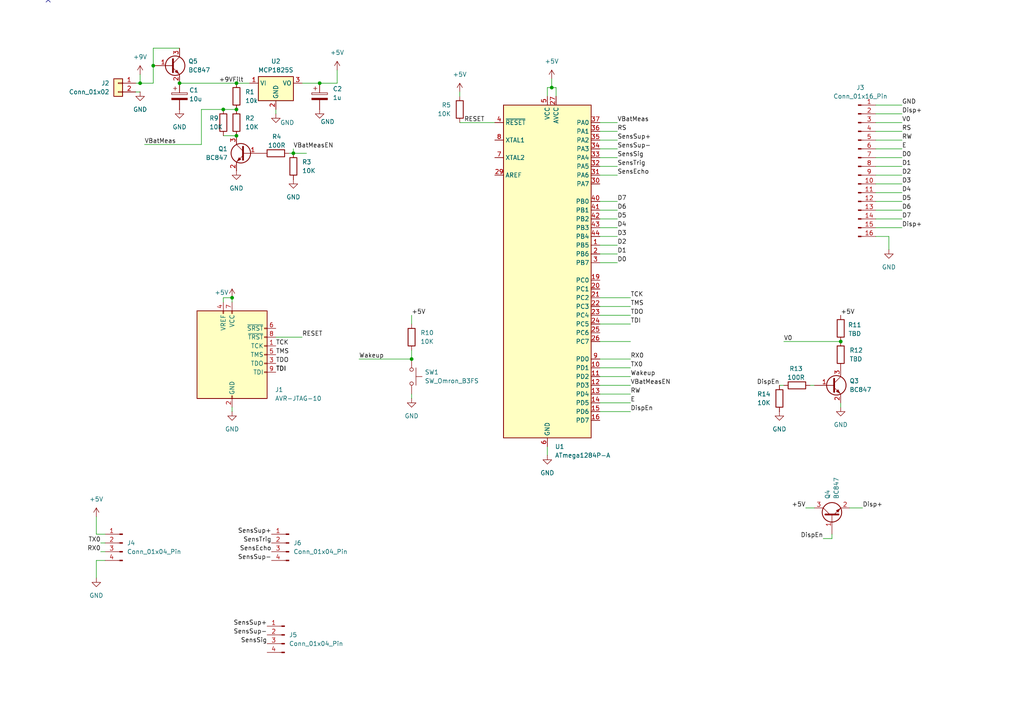
<source format=kicad_sch>
(kicad_sch (version 20231120) (generator "eeschema") (generator_version "8.0")
  (paper "A4")
  (lib_symbols
    (symbol "Connector:AVR-JTAG-10" (pin_names (offset 1.016))
      (property "Reference" "J" (at -8.89 13.97 0))
      (property "Value" "AVR-JTAG-10" (at 1.27 13.97 0))
      (symbol "AVR-JTAG-10_0_1"
        (rectangle (start -2.667 12.7) (end -2.413 11.938))
        (rectangle (start -0.127 -11.938) (end 0.127 -12.7))
        (rectangle (start -0.127 12.7) (end 0.127 11.938))
        (rectangle (start 10.16 -4.953) (end 9.398 -5.207))
        (rectangle (start 10.16 -2.413) (end 9.398 -2.667))
        (rectangle (start 10.16 0.127) (end 9.398 -0.127))
        (rectangle (start 10.16 2.667) (end 9.398 2.413))
        (rectangle (start 10.16 5.207) (end 9.398 4.953))
        (rectangle (start 10.16 7.747) (end 9.398 7.493))
        (rectangle (start 10.16 12.7) (end -10.16 -12.7) (stroke (width 0.254)) (fill (type background)))
      )
      (symbol "AVR-JTAG-10_1_1"
        (pin passive line (at 12.7 2.54 180) (length 2.54) (name "TCK") (number "1"))
        (pin passive line (at 0 -15.24 90) (length 2.54) hide (name "GND") (number "10"))
        (pin passive line (at 0 -15.24 90) (length 2.54) (name "GND") (number "2"))
        (pin passive line (at 12.7 -2.54 180) (length 2.54) (name "TDO") (number "3"))
        (pin passive line (at -2.54 15.24 270) (length 2.54) (name "VREF") (number "4"))
        (pin passive line (at 12.7 0 180) (length 2.54) (name "TMS") (number "5"))
        (pin passive line (at 12.7 7.62 180) (length 2.54) (name "~{SRST}") (number "6"))
        (pin passive line (at 0 15.24 270) (length 2.54) (name "VCC") (number "7"))
        (pin passive line (at 12.7 5.08 180) (length 2.54) (name "~{TRST}") (number "8"))
        (pin passive line (at 12.7 -5.08 180) (length 2.54) (name "TDI") (number "9"))
      )
    )
    (symbol "Connector:Conn_01x04_Pin" (pin_names (offset 1.016) hide)
      (property "Reference" "J" (at 0 5.08 0))
      (property "Value" "Conn_01x04_Pin" (at 0 -7.62 0))
      (symbol "Conn_01x04_Pin_1_1"
        (polyline (pts (xy 1.27 -5.08) (xy 0.8636 -5.08)) (stroke (width 0.1524)))
        (polyline (pts (xy 1.27 -2.54) (xy 0.8636 -2.54)) (stroke (width 0.1524)))
        (polyline (pts (xy 1.27 0) (xy 0.8636 0)) (stroke (width 0.1524)))
        (polyline (pts (xy 1.27 2.54) (xy 0.8636 2.54)) (stroke (width 0.1524)))
        (rectangle (start 0.8636 -4.953) (end 0 -5.207) (stroke (width 0.1524)) (fill (type outline)))
        (rectangle (start 0.8636 -2.413) (end 0 -2.667) (stroke (width 0.1524)) (fill (type outline)))
        (rectangle (start 0.8636 0.127) (end 0 -0.127) (stroke (width 0.1524)) (fill (type outline)))
        (rectangle (start 0.8636 2.667) (end 0 2.413) (stroke (width 0.1524)) (fill (type outline)))
        (pin passive line (at 5.08 2.54 180) (length 3.81) (name "Pin_1") (number "1"))
        (pin passive line (at 5.08 0 180) (length 3.81) (name "Pin_2") (number "2"))
        (pin passive line (at 5.08 -2.54 180) (length 3.81) (name "Pin_3") (number "3"))
        (pin passive line (at 5.08 -5.08 180) (length 3.81) (name "Pin_4") (number "4"))
      )
    )
    (symbol "Connector:Conn_01x16_Pin" (pin_names (offset 1.016) hide)
      (property "Reference" "J" (at 0 20.32 0))
      (property "Value" "Conn_01x16_Pin" (at 0 -22.86 0))
      (symbol "Conn_01x16_Pin_1_1"
        (polyline (pts (xy 1.27 -20.32) (xy 0.8636 -20.32)) (stroke (width 0.1524)))
        (polyline (pts (xy 1.27 -17.78) (xy 0.8636 -17.78)) (stroke (width 0.1524)))
        (polyline (pts (xy 1.27 -15.24) (xy 0.8636 -15.24)) (stroke (width 0.1524)))
        (polyline (pts (xy 1.27 -12.7) (xy 0.8636 -12.7)) (stroke (width 0.1524)))
        (polyline (pts (xy 1.27 -10.16) (xy 0.8636 -10.16)) (stroke (width 0.1524)))
        (polyline (pts (xy 1.27 -7.62) (xy 0.8636 -7.62)) (stroke (width 0.1524)))
        (polyline (pts (xy 1.27 -5.08) (xy 0.8636 -5.08)) (stroke (width 0.1524)))
        (polyline (pts (xy 1.27 -2.54) (xy 0.8636 -2.54)) (stroke (width 0.1524)))
        (polyline (pts (xy 1.27 0) (xy 0.8636 0)) (stroke (width 0.1524)))
        (polyline (pts (xy 1.27 2.54) (xy 0.8636 2.54)) (stroke (width 0.1524)))
        (polyline (pts (xy 1.27 5.08) (xy 0.8636 5.08)) (stroke (width 0.1524)))
        (polyline (pts (xy 1.27 7.62) (xy 0.8636 7.62)) (stroke (width 0.1524)))
        (polyline (pts (xy 1.27 10.16) (xy 0.8636 10.16)) (stroke (width 0.1524)))
        (polyline (pts (xy 1.27 12.7) (xy 0.8636 12.7)) (stroke (width 0.1524)))
        (polyline (pts (xy 1.27 15.24) (xy 0.8636 15.24)) (stroke (width 0.1524)))
        (polyline (pts (xy 1.27 17.78) (xy 0.8636 17.78)) (stroke (width 0.1524)))
        (rectangle (start 0.8636 -20.193) (end 0 -20.447) (stroke (width 0.1524)) (fill (type outline)))
        (rectangle (start 0.8636 -17.653) (end 0 -17.907) (stroke (width 0.1524)) (fill (type outline)))
        (rectangle (start 0.8636 -15.113) (end 0 -15.367) (stroke (width 0.1524)) (fill (type outline)))
        (rectangle (start 0.8636 -12.573) (end 0 -12.827) (stroke (width 0.1524)) (fill (type outline)))
        (rectangle (start 0.8636 -10.033) (end 0 -10.287) (stroke (width 0.1524)) (fill (type outline)))
        (rectangle (start 0.8636 -7.493) (end 0 -7.747) (stroke (width 0.1524)) (fill (type outline)))
        (rectangle (start 0.8636 -4.953) (end 0 -5.207) (stroke (width 0.1524)) (fill (type outline)))
        (rectangle (start 0.8636 -2.413) (end 0 -2.667) (stroke (width 0.1524)) (fill (type outline)))
        (rectangle (start 0.8636 0.127) (end 0 -0.127) (stroke (width 0.1524)) (fill (type outline)))
        (rectangle (start 0.8636 2.667) (end 0 2.413) (stroke (width 0.1524)) (fill (type outline)))
        (rectangle (start 0.8636 5.207) (end 0 4.953) (stroke (width 0.1524)) (fill (type outline)))
        (rectangle (start 0.8636 7.747) (end 0 7.493) (stroke (width 0.1524)) (fill (type outline)))
        (rectangle (start 0.8636 10.287) (end 0 10.033) (stroke (width 0.1524)) (fill (type outline)))
        (rectangle (start 0.8636 12.827) (end 0 12.573) (stroke (width 0.1524)) (fill (type outline)))
        (rectangle (start 0.8636 15.367) (end 0 15.113) (stroke (width 0.1524)) (fill (type outline)))
        (rectangle (start 0.8636 17.907) (end 0 17.653) (stroke (width 0.1524)) (fill (type outline)))
        (pin passive line (at 5.08 17.78 180) (length 3.81) (name "Pin_1") (number "1"))
        (pin passive line (at 5.08 -5.08 180) (length 3.81) (name "Pin_10") (number "10"))
        (pin passive line (at 5.08 -7.62 180) (length 3.81) (name "Pin_11") (number "11"))
        (pin passive line (at 5.08 -10.16 180) (length 3.81) (name "Pin_12") (number "12"))
        (pin passive line (at 5.08 -12.7 180) (length 3.81) (name "Pin_13") (number "13"))
        (pin passive line (at 5.08 -15.24 180) (length 3.81) (name "Pin_14") (number "14"))
        (pin passive line (at 5.08 -17.78 180) (length 3.81) (name "Pin_15") (number "15"))
        (pin passive line (at 5.08 -20.32 180) (length 3.81) (name "Pin_16") (number "16"))
        (pin passive line (at 5.08 15.24 180) (length 3.81) (name "Pin_2") (number "2"))
        (pin passive line (at 5.08 12.7 180) (length 3.81) (name "Pin_3") (number "3"))
        (pin passive line (at 5.08 10.16 180) (length 3.81) (name "Pin_4") (number "4"))
        (pin passive line (at 5.08 7.62 180) (length 3.81) (name "Pin_5") (number "5"))
        (pin passive line (at 5.08 5.08 180) (length 3.81) (name "Pin_6") (number "6"))
        (pin passive line (at 5.08 2.54 180) (length 3.81) (name "Pin_7") (number "7"))
        (pin passive line (at 5.08 0 180) (length 3.81) (name "Pin_8") (number "8"))
        (pin passive line (at 5.08 -2.54 180) (length 3.81) (name "Pin_9") (number "9"))
      )
    )
    (symbol "Connector_Generic:Conn_01x02" (pin_names (offset 1.016) hide)
      (property "Reference" "J" (at 0 2.54 0))
      (property "Value" "Conn_01x02" (at 0 -5.08 0))
      (symbol "Conn_01x02_1_1"
        (rectangle (start -1.27 -2.413) (end 0 -2.667) (stroke (width 0.1524)))
        (rectangle (start -1.27 0.127) (end 0 -0.127) (stroke (width 0.1524)))
        (rectangle (start -1.27 1.27) (end 1.27 -3.81) (stroke (width 0.254)) (fill (type background)))
        (pin passive line (at -5.08 0 0) (length 3.81) (name "Pin_1") (number "1"))
        (pin passive line (at -5.08 -2.54 0) (length 3.81) (name "Pin_2") (number "2"))
      )
    )
    (symbol "Device:C_Polarized" (pin_numbers hide) (pin_names (offset 0.254))
      (property "Reference" "C" (at 0.635 2.54 0))
      (property "Value" "C_Polarized" (at 0.635 -2.54 0))
      (symbol "C_Polarized_0_1"
        (rectangle (start -2.286 0.508) (end 2.286 1.016))
        (polyline (pts (xy -1.778 2.286) (xy -0.762 2.286)))
        (polyline (pts (xy -1.27 2.794) (xy -1.27 1.778)))
        (rectangle (start 2.286 -0.508) (end -2.286 -1.016) (fill (type outline)))
      )
      (symbol "C_Polarized_1_1"
        (pin passive line (at 0 3.81 270) (length 2.794) (name "~") (number "1"))
        (pin passive line (at 0 -3.81 90) (length 2.794) (name "~") (number "2"))
      )
    )
    (symbol "Device:R" (pin_numbers hide) (pin_names (offset 0))
      (property "Reference" "R" (at 2.032 0 90))
      (property "Value" "R" (at 0 0 90))
      (symbol "R_0_1"
        (rectangle (start -1.016 -2.54) (end 1.016 2.54) (stroke (width 0.254)))
      )
      (symbol "R_1_1"
        (pin passive line (at 0 3.81 270) (length 1.27) (name "~") (number "1"))
        (pin passive line (at 0 -3.81 90) (length 1.27) (name "~") (number "2"))
      )
    )
    (symbol "MCU_Microchip_ATmega:ATmega1284P-A"
      (property "Reference" "U" (at -12.7 49.53 0))
      (property "Value" "ATmega1284P-A" (at 2.54 -49.53 0))
      (symbol "ATmega1284P-A_0_1"
        (rectangle (start -12.7 -48.26) (end 12.7 48.26) (stroke (width 0.254)) (fill (type background)))
      )
      (symbol "ATmega1284P-A_1_1"
        (pin bidirectional line (at 15.24 7.62 180) (length 2.54) (name "PB5") (number "1"))
        (pin bidirectional line (at 15.24 -27.94 180) (length 2.54) (name "PD1") (number "10"))
        (pin bidirectional line (at 15.24 -30.48 180) (length 2.54) (name "PD2") (number "11"))
        (pin bidirectional line (at 15.24 -33.02 180) (length 2.54) (name "PD3") (number "12"))
        (pin bidirectional line (at 15.24 -35.56 180) (length 2.54) (name "PD4") (number "13"))
        (pin bidirectional line (at 15.24 -38.1 180) (length 2.54) (name "PD5") (number "14"))
        (pin bidirectional line (at 15.24 -40.64 180) (length 2.54) (name "PD6") (number "15"))
        (pin bidirectional line (at 15.24 -43.18 180) (length 2.54) (name "PD7") (number "16"))
        (pin passive line (at 0 50.8 270) (length 2.54) hide (name "VCC") (number "17"))
        (pin passive line (at 0 -50.8 90) (length 2.54) hide (name "GND") (number "18"))
        (pin bidirectional line (at 15.24 -2.54 180) (length 2.54) (name "PC0") (number "19"))
        (pin bidirectional line (at 15.24 5.08 180) (length 2.54) (name "PB6") (number "2"))
        (pin bidirectional line (at 15.24 -5.08 180) (length 2.54) (name "PC1") (number "20"))
        (pin bidirectional line (at 15.24 -7.62 180) (length 2.54) (name "PC2") (number "21"))
        (pin bidirectional line (at 15.24 -10.16 180) (length 2.54) (name "PC3") (number "22"))
        (pin bidirectional line (at 15.24 -12.7 180) (length 2.54) (name "PC4") (number "23"))
        (pin bidirectional line (at 15.24 -15.24 180) (length 2.54) (name "PC5") (number "24"))
        (pin bidirectional line (at 15.24 -17.78 180) (length 2.54) (name "PC6") (number "25"))
        (pin bidirectional line (at 15.24 -20.32 180) (length 2.54) (name "PC7") (number "26"))
        (pin power_in line (at 2.54 50.8 270) (length 2.54) (name "AVCC") (number "27"))
        (pin passive line (at 0 -50.8 90) (length 2.54) hide (name "GND") (number "28"))
        (pin passive line (at -15.24 27.94 0) (length 2.54) (name "AREF") (number "29"))
        (pin bidirectional line (at 15.24 2.54 180) (length 2.54) (name "PB7") (number "3"))
        (pin bidirectional line (at 15.24 25.4 180) (length 2.54) (name "PA7") (number "30"))
        (pin bidirectional line (at 15.24 27.94 180) (length 2.54) (name "PA6") (number "31"))
        (pin bidirectional line (at 15.24 30.48 180) (length 2.54) (name "PA5") (number "32"))
        (pin bidirectional line (at 15.24 33.02 180) (length 2.54) (name "PA4") (number "33"))
        (pin bidirectional line (at 15.24 35.56 180) (length 2.54) (name "PA3") (number "34"))
        (pin bidirectional line (at 15.24 38.1 180) (length 2.54) (name "PA2") (number "35"))
        (pin bidirectional line (at 15.24 40.64 180) (length 2.54) (name "PA1") (number "36"))
        (pin bidirectional line (at 15.24 43.18 180) (length 2.54) (name "PA0") (number "37"))
        (pin passive line (at 0 50.8 270) (length 2.54) hide (name "VCC") (number "38"))
        (pin passive line (at 0 -50.8 90) (length 2.54) hide (name "GND") (number "39"))
        (pin input line (at -15.24 43.18 0) (length 2.54) (name "~{RESET}") (number "4"))
        (pin bidirectional line (at 15.24 20.32 180) (length 2.54) (name "PB0") (number "40"))
        (pin bidirectional line (at 15.24 17.78 180) (length 2.54) (name "PB1") (number "41"))
        (pin bidirectional line (at 15.24 15.24 180) (length 2.54) (name "PB2") (number "42"))
        (pin bidirectional line (at 15.24 12.7 180) (length 2.54) (name "PB3") (number "43"))
        (pin bidirectional line (at 15.24 10.16 180) (length 2.54) (name "PB4") (number "44"))
        (pin power_in line (at 0 50.8 270) (length 2.54) (name "VCC") (number "5"))
        (pin power_in line (at 0 -50.8 90) (length 2.54) (name "GND") (number "6"))
        (pin output line (at -15.24 33.02 0) (length 2.54) (name "XTAL2") (number "7"))
        (pin input line (at -15.24 38.1 0) (length 2.54) (name "XTAL1") (number "8"))
        (pin bidirectional line (at 15.24 -25.4 180) (length 2.54) (name "PD0") (number "9"))
      )
    )
    (symbol "Regulator_Linear:MCP1825S"
      (property "Reference" "U" (at -3.81 3.175 0))
      (property "Value" "MCP1825S" (at 0 3.175 0))
      (symbol "MCP1825S_0_1"
        (rectangle (start -5.08 1.905) (end 5.08 -5.08) (stroke (width 0.254)) (fill (type background)))
      )
      (symbol "MCP1825S_1_1"
        (pin power_in line (at -7.62 0 0) (length 2.54) (name "VI") (number "1"))
        (pin power_in line (at 0 -7.62 90) (length 2.54) (name "GND") (number "2"))
        (pin power_out line (at 7.62 0 180) (length 2.54) (name "VO") (number "3"))
      )
    )
    (symbol "Switch:SW_Omron_B3FS" (pin_numbers hide) (pin_names (offset 1.016) hide)
      (property "Reference" "SW" (at 1.27 2.54 0))
      (property "Value" "SW_Omron_B3FS" (at 0 -1.524 0))
      (symbol "SW_Omron_B3FS_0_1"
        (circle (center -2.032 0) (radius 0.508))
        (polyline (pts (xy 0 1.27) (xy 0 3.048)))
        (polyline (pts (xy 2.54 1.27) (xy -2.54 1.27)))
        (circle (center 2.032 0) (radius 0.508))
        (pin passive line (at -5.08 0 0) (length 2.54) (name "1") (number "1"))
        (pin passive line (at 5.08 0 180) (length 2.54) (name "2") (number "2"))
      )
    )
    (symbol "Transistor_BJT:BC847" (pin_names (offset 0) hide)
      (property "Reference" "Q" (at 5.08 1.905 0))
      (property "Value" "BC847" (at 5.08 0 0))
      (symbol "BC847_0_1"
        (polyline (pts (xy 0.635 0.635) (xy 2.54 2.54)))
        (polyline (pts (xy 0.635 -0.635) (xy 2.54 -2.54) (xy 2.54 -2.54)))
        (polyline (pts (xy 0.635 1.905) (xy 0.635 -1.905) (xy 0.635 -1.905)) (stroke (width 0.508)))
        (polyline (pts (xy 1.27 -1.778) (xy 1.778 -1.27) (xy 2.286 -2.286) (xy 1.27 -1.778) (xy 1.27 -1.778)) (fill (type outline)))
        (circle (center 1.27 0) (radius 2.8194) (stroke (width 0.254)))
      )
      (symbol "BC847_1_1"
        (pin input line (at -5.08 0 0) (length 5.715) (name "B") (number "1"))
        (pin passive line (at 2.54 -5.08 90) (length 2.54) (name "E") (number "2"))
        (pin passive line (at 2.54 5.08 270) (length 2.54) (name "C") (number "3"))
      )
    )
    (symbol "power:+5V" (power) (pin_numbers hide) (pin_names (offset 0) hide)
      (property "Value" "+5V" (at 0 3.556 0))
      (symbol "+5V_0_1"
        (polyline (pts (xy -0.762 1.27) (xy 0 2.54)))
        (polyline (pts (xy 0 0) (xy 0 2.54)))
        (polyline (pts (xy 0 2.54) (xy 0.762 1.27)))
      )
      (symbol "+5V_1_1"
        (pin power_in line (at 0 0 90) (length 0) (name "~") (number "1"))
      )
    )
    (symbol "power:+9V" (power) (pin_numbers hide) (pin_names (offset 0) hide)
      (property "Value" "+9V" (at 0 3.556 0))
      (symbol "+9V_0_1"
        (polyline (pts (xy -0.762 1.27) (xy 0 2.54)))
        (polyline (pts (xy 0 0) (xy 0 2.54)))
        (polyline (pts (xy 0 2.54) (xy 0.762 1.27)))
      )
      (symbol "+9V_1_1"
        (pin power_in line (at 0 0 90) (length 0) (name "~") (number "1"))
      )
    )
    (symbol "power:GND" (power) (pin_numbers hide) (pin_names (offset 0) hide)
      (property "Value" "GND" (at 0 -3.81 0))
      (symbol "GND_0_1"
        (polyline (pts (xy 0 0) (xy 0 -1.27) (xy 1.27 -1.27) (xy 0 -2.54) (xy -1.27 -1.27) (xy 0 -1.27)))
      )
      (symbol "GND_1_1"
        (pin power_in line (at 0 0 270) (length 0) (name "~") (number "1"))
      )
    )
  )
  (junction (at 52.07 24.13))
  (junction (at 68.58 31.75))
  (junction (at 243.84 99.06))
  (junction (at 92.71 24.13))
  (junction (at 119.38 104.14))
  (junction (at 68.58 24.13))
  (junction (at 68.58 39.37))
  (junction (at 40.64 24.13))
  (junction (at 44.45 19.05))
  (junction (at 160.02 25.4))
  (junction (at 67.31 86.36))
  (junction (at 85.09 44.45))
  (junction (at 64.77 31.75))
  (no_connect (at 13.97 0))
  (wire (pts (xy 173.99 35.56) (xy 179.07 35.56)))
  (wire (pts (xy 64.77 39.37) (xy 68.58 39.37)))
  (wire (pts (xy 67.31 86.36) (xy 67.31 87.63)))
  (wire (pts (xy 85.09 44.45) (xy 88.9 44.45)))
  (wire (pts (xy 254 68.58) (xy 257.81 68.58)))
  (wire (pts (xy 173.99 109.22) (xy 182.88 109.22)))
  (wire (pts (xy 254 35.56) (xy 261.62 35.56)))
  (wire (pts (xy 133.35 26.67) (xy 133.35 27.94)))
  (wire (pts (xy 173.99 86.36) (xy 182.88 86.36)))
  (wire (pts (xy 254 45.72) (xy 261.62 45.72)))
  (wire (pts (xy 250.19 147.32) (xy 246.38 147.32)))
  (wire (pts (xy 158.75 129.54) (xy 158.75 132.08)))
  (wire (pts (xy 92.71 24.13) (xy 97.79 24.13)))
  (wire (pts (xy 160.02 25.4) (xy 161.29 25.4)))
  (wire (pts (xy 52.07 13.97) (xy 44.45 13.97)))
  (wire (pts (xy 41.91 41.91) (xy 58.42 41.91)))
  (wire (pts (xy 234.95 111.76) (xy 236.22 111.76)))
  (wire (pts (xy 254 40.64) (xy 261.62 40.64)))
  (wire (pts (xy 80.01 31.75) (xy 80.01 33.02)))
  (wire (pts (xy 173.99 88.9) (xy 182.88 88.9)))
  (wire (pts (xy 160.02 22.86) (xy 160.02 25.4)))
  (wire (pts (xy 254 30.48) (xy 261.62 30.48)))
  (wire (pts (xy 254 50.8) (xy 261.62 50.8)))
  (wire (pts (xy 254 60.96) (xy 261.62 60.96)))
  (wire (pts (xy 64.77 31.75) (xy 68.58 31.75)))
  (wire (pts (xy 27.94 162.56) (xy 27.94 167.64)))
  (wire (pts (xy 254 48.26) (xy 261.62 48.26)))
  (wire (pts (xy 85.09 43.18) (xy 85.09 44.45)))
  (wire (pts (xy 173.99 40.64) (xy 179.07 40.64)))
  (wire (pts (xy 173.99 38.1) (xy 179.07 38.1)))
  (wire (pts (xy 254 58.42) (xy 261.62 58.42)))
  (wire (pts (xy 182.88 114.3) (xy 173.99 114.3)))
  (wire (pts (xy 227.33 99.06) (xy 243.84 99.06)))
  (wire (pts (xy 83.82 44.45) (xy 85.09 44.45)))
  (wire (pts (xy 97.79 20.32) (xy 97.79 24.13)))
  (wire (pts (xy 30.48 162.56) (xy 27.94 162.56)))
  (wire (pts (xy 67.31 118.11) (xy 67.31 119.38)))
  (wire (pts (xy 40.64 24.13) (xy 44.45 24.13)))
  (wire (pts (xy 254 53.34) (xy 261.62 53.34)))
  (wire (pts (xy 173.99 45.72) (xy 179.07 45.72)))
  (wire (pts (xy 254 33.02) (xy 261.62 33.02)))
  (wire (pts (xy 227.33 111.76) (xy 226.06 111.76)))
  (wire (pts (xy 179.07 66.04) (xy 173.99 66.04)))
  (wire (pts (xy 254 66.04) (xy 261.62 66.04)))
  (wire (pts (xy 104.14 104.14) (xy 119.38 104.14)))
  (wire (pts (xy 39.37 26.67) (xy 40.64 26.67)))
  (wire (pts (xy 68.58 24.13) (xy 52.07 24.13)))
  (wire (pts (xy 173.99 106.68) (xy 182.88 106.68)))
  (wire (pts (xy 30.48 154.94) (xy 27.94 154.94)))
  (wire (pts (xy 173.99 43.18) (xy 179.07 43.18)))
  (wire (pts (xy 64.77 86.36) (xy 67.31 86.36)))
  (wire (pts (xy 179.07 71.12) (xy 173.99 71.12)))
  (wire (pts (xy 40.64 21.59) (xy 40.64 24.13)))
  (wire (pts (xy 179.07 58.42) (xy 173.99 58.42)))
  (wire (pts (xy 182.88 116.84) (xy 173.99 116.84)))
  (wire (pts (xy 29.21 160.02) (xy 30.48 160.02)))
  (wire (pts (xy 179.07 76.2) (xy 173.99 76.2)))
  (wire (pts (xy 173.99 99.06) (xy 182.88 99.06)))
  (wire (pts (xy 254 55.88) (xy 261.62 55.88)))
  (wire (pts (xy 39.37 24.13) (xy 40.64 24.13)))
  (wire (pts (xy 182.88 111.76) (xy 173.99 111.76)))
  (wire (pts (xy 243.84 118.11) (xy 243.84 116.84)))
  (wire (pts (xy 119.38 101.6) (xy 119.38 104.14)))
  (wire (pts (xy 179.07 73.66) (xy 173.99 73.66)))
  (wire (pts (xy 173.99 91.44) (xy 182.88 91.44)))
  (wire (pts (xy 173.99 48.26) (xy 179.07 48.26)))
  (wire (pts (xy 254 63.5) (xy 261.62 63.5)))
  (wire (pts (xy 133.35 35.56) (xy 143.51 35.56)))
  (wire (pts (xy 173.99 104.14) (xy 182.88 104.14)))
  (wire (pts (xy 173.99 50.8) (xy 179.07 50.8)))
  (wire (pts (xy 158.75 27.94) (xy 158.75 25.4)))
  (wire (pts (xy 29.21 157.48) (xy 30.48 157.48)))
  (wire (pts (xy 80.01 97.79) (xy 87.63 97.79)))
  (wire (pts (xy 27.94 149.86) (xy 27.94 154.94)))
  (wire (pts (xy 72.39 24.13) (xy 68.58 24.13)))
  (wire (pts (xy 161.29 25.4) (xy 161.29 27.94)))
  (wire (pts (xy 233.68 147.32) (xy 236.22 147.32)))
  (wire (pts (xy 158.75 25.4) (xy 160.02 25.4)))
  (wire (pts (xy 179.07 60.96) (xy 173.99 60.96)))
  (wire (pts (xy 87.63 24.13) (xy 92.71 24.13)))
  (wire (pts (xy 238.76 156.21) (xy 241.3 156.21)))
  (wire (pts (xy 254 38.1) (xy 261.62 38.1)))
  (wire (pts (xy 44.45 19.05) (xy 44.45 24.13)))
  (wire (pts (xy 182.88 119.38) (xy 173.99 119.38)))
  (wire (pts (xy 58.42 31.75) (xy 58.42 41.91)))
  (wire (pts (xy 257.81 68.58) (xy 257.81 72.39)))
  (wire (pts (xy 58.42 31.75) (xy 64.77 31.75)))
  (wire (pts (xy 179.07 68.58) (xy 173.99 68.58)))
  (wire (pts (xy 179.07 63.5) (xy 173.99 63.5)))
  (wire (pts (xy 44.45 13.97) (xy 44.45 19.05)))
  (wire (pts (xy 241.3 156.21) (xy 241.3 154.94)))
  (wire (pts (xy 173.99 93.98) (xy 182.88 93.98)))
  (wire (pts (xy 254 43.18) (xy 261.62 43.18)))
  (wire (pts (xy 119.38 114.3) (xy 119.38 115.57)))
  (wire (pts (xy 119.38 91.44) (xy 119.38 93.98)))
  (wire (pts (xy 64.77 86.36) (xy 64.77 87.63)))
  (label "D2" (at 179.07 71.12 0))
  (label "TDO" (at 80.01 105.41 0))
  (label "D4" (at 179.07 66.04 0))
  (label "D5" (at 179.07 63.5 0))
  (label "TDI" (at 80.01 107.95 0))
  (label "VBatMeas" (at 179.07 35.56 0))
  (label "Disp+" (at 250.19 147.32 0))
  (label "SensSig" (at 77.47 186.69 180))
  (label "RESET" (at 134.62 35.56 0))
  (label "SensTrig" (at 78.74 157.48 180))
  (label "E" (at 182.88 116.84 0))
  (label "D6" (at 261.62 60.96 0))
  (label "D2" (at 261.62 50.8 0))
  (label "RESET" (at 87.63 97.79 0))
  (label "D6" (at 179.07 60.96 0))
  (label "TDI" (at 182.88 93.98 0))
  (label "SensSup-" (at 179.07 43.18 0))
  (label "D3" (at 179.07 68.58 0))
  (label "SensEcho" (at 78.74 160.02 180))
  (label "D7" (at 179.07 58.42 0))
  (label "RW" (at 261.62 40.64 0))
  (label "Wakeup" (at 182.88 109.22 0))
  (label "DispEn" (at 226.06 111.76 180))
  (label "SensEcho" (at 179.07 50.8 0))
  (label "SensSup+" (at 77.47 181.61 180))
  (label "TMS" (at 182.88 88.9 0))
  (label "TMS" (at 80.01 102.87 0))
  (label "RX0" (at 29.21 160.02 180))
  (label "SensSup-" (at 77.47 184.15 180))
  (label "GND" (at 261.62 30.48 0))
  (label "TDO" (at 182.88 91.44 0))
  (label "TDI" (at 80.01 107.95 0))
  (label "TX0" (at 29.21 157.48 180))
  (label "D0" (at 179.07 76.2 0))
  (label "Disp+" (at 261.62 33.02 0))
  (label "V0" (at 227.33 99.06 0))
  (label "D5" (at 261.62 58.42 0))
  (label "+5V" (at 119.38 91.44 0))
  (label "DispEn" (at 182.88 119.38 0))
  (label "Disp+" (at 261.62 66.04 0))
  (label "D3" (at 261.62 53.34 0))
  (label "SensSup+" (at 78.74 154.94 180))
  (label "DispEn" (at 238.76 156.21 180))
  (label "D1" (at 261.62 48.26 0))
  (label "+5V" (at 233.68 147.32 180))
  (label "Wakeup" (at 104.14 104.14 0))
  (label "D4" (at 261.62 55.88 0))
  (label "+5V" (at 243.84 91.44 0))
  (label "D7" (at 261.62 63.5 0))
  (label "TCK" (at 80.01 100.33 0))
  (label "RW" (at 182.88 114.3 0))
  (label "VBatMeasEN" (at 182.88 111.76 0))
  (label "TX0" (at 182.88 106.68 0))
  (label "RS" (at 179.07 38.1 0))
  (label "TCK" (at 182.88 86.36 0))
  (label "E" (at 261.62 43.18 0))
  (label "SensTrig" (at 179.07 48.26 0))
  (label "D1" (at 179.07 73.66 0))
  (label "+9VFilt" (at 63.5 24.13 0))
  (label "VBatMeas" (at 41.91 41.91 0))
  (label "SensSup+" (at 179.07 40.64 0))
  (label "RS" (at 261.62 38.1 0))
  (label "VBatMeasEN" (at 85.09 43.18 0))
  (label "SensSig" (at 179.07 45.72 0))
  (label "D0" (at 261.62 45.72 0))
  (label "SensSup-" (at 78.74 162.56 180))
  (label "V0" (at 261.62 35.56 0))
  (label "RX0" (at 182.88 104.14 0))
  (symbol (lib_id "Connector:AVR-JTAG-10") (at 67.31 102.87 0) (unit 1)
    (property "Reference" "J1" (at 79.756 113.03 0) (effects (justify left)))
    (property "Value" "AVR-JTAG-10" (at 79.756 115.57 0) (effects (justify left)))
    (property "Footprint" "Connector_IDC:IDC-Header_2x05_P2.54mm_Vertical" (effects (hide yes)))
    (property "Datasheet" " ~" (effects (hide yes)))
    (property "Description" "Atmel 10-pin JTAG connector" (effects (hide yes)))
  )
  (symbol (lib_id "Device:C_Polarized") (at 92.71 27.94 0) (unit 1)
    (property "Reference" "C2" (at 96.52 25.7809 0) (effects (justify left)))
    (property "Value" "1u" (at 96.52 28.3209 0) (effects (justify left)))
    (property "Footprint" "Capacitor_THT:CP_Radial_D5.0mm_P2.50mm" (effects (hide yes)))
    (property "Description" "Polarized capacitor" (effects (hide yes)))
  )
  (symbol (lib_id "power:GND") (at 92.71 31.75 0) (unit 1)
    (property "Reference" "#PWR012" (effects (hide yes)))
    (property "Value" "GND" (at 94.996 35.306 0))
    (property "Description" "Power symbol creates a global label with name \"GND\" , ground" (effects (hide yes)))
  )
  (symbol (lib_id "Device:R") (at 243.84 95.25 0) (unit 1)
    (property "Reference" "R11" (at 247.904 94.234 0))
    (property "Value" "TBD" (at 247.904 96.774 0))
    (property "Footprint" "Resistor_SMD:R_0805_2012Metric_Pad1.20x1.40mm_HandSolder" (effects (hide yes)))
    (property "Description" "Resistor" (effects (hide yes)))
  )
  (symbol (lib_id "Transistor_BJT:BC847") (at 71.12 44.45 0) (mirror y) (unit 1)
    (property "Reference" "Q1" (at 66.04 43.1799 0) (effects (justify left)))
    (property "Value" "BC847" (at 66.04 45.7199 0) (effects (justify left)))
    (property "Footprint" "Package_TO_SOT_SMD:SOT-23" (effects (hide yes)))
    (property "Datasheet" "http://www.infineon.com/dgdl/Infineon-BC847SERIES_BC848SERIES_BC849SERIES_BC850SERIES-DS-v01_01-en.pdf?fileId=db3a304314dca389011541d4630a1657" (effects (hide yes)))
    (property "Description" "0.1A Ic, 45V Vce, NPN Transistor, SOT-23" (effects (hide yes)))
  )
  (symbol (lib_id "MCU_Microchip_ATmega:ATmega1284P-A") (at 158.75 78.74 0) (unit 1)
    (property "Reference" "U1" (at 160.9441 129.54 0) (effects (justify left)))
    (property "Value" "ATmega1284P-A" (at 160.9441 132.08 0) (effects (justify left)))
    (property "Footprint" "Package_QFP:TQFP-44_10x10mm_P0.8mm" (effects (hide yes)))
    (property "Datasheet" "http://ww1.microchip.com/downloads/en/DeviceDoc/Atmel-8272-8-bit-AVR-microcontroller-ATmega164A_PA-324A_PA-644A_PA-1284_P_datasheet.pdf" (effects (hide yes)))
    (property "Description" "20MHz, 128kB Flash, 16kB SRAM, 4kB EEPROM, JTAG, TQFP-44" (effects (hide yes)))
  )
  (symbol (lib_id "power:GND") (at 68.58 49.53 0) (unit 1)
    (property "Reference" "#PWR013" (effects (hide yes)))
    (property "Value" "GND" (at 68.58 54.61 0))
    (property "Description" "Power symbol creates a global label with name \"GND\" , ground" (effects (hide yes)))
  )
  (symbol (lib_id "power:+5V") (at 27.94 149.86 0) (unit 1)
    (property "Reference" "#PWR016" (effects (hide yes)))
    (property "Value" "+5V" (at 27.94 144.78 0))
    (property "Description" "Power symbol creates a global label with name \"+5V\"" (effects (hide yes)))
  )
  (symbol (lib_id "Connector:Conn_01x04_Pin") (at 83.82 157.48 0) (mirror y) (unit 1)
    (property "Reference" "J6" (at 85.09 157.4799 0) (effects (justify right)))
    (property "Value" "Conn_01x04_Pin" (at 85.09 160.0199 0) (effects (justify right)))
    (property "Footprint" "Connector_PinHeader_2.54mm:PinHeader_1x04_P2.54mm_Vertical" (effects (hide yes)))
    (property "Description" "Generic connector, single row, 01x04, script generated" (effects (hide yes)))
  )
  (symbol (lib_id "Device:R") (at 64.77 35.56 0) (unit 1)
    (property "Reference" "R9" (at 60.706 34.29 0) (effects (justify left)))
    (property "Value" "10K" (at 60.706 36.83 0) (effects (justify left)))
    (property "Footprint" "Resistor_SMD:R_0805_2012Metric_Pad1.20x1.40mm_HandSolder" (effects (hide yes)))
    (property "Description" "Resistor" (effects (hide yes)))
  )
  (symbol (lib_id "power:GND") (at 67.31 119.38 0) (unit 1)
    (property "Reference" "#PWR02" (effects (hide yes)))
    (property "Value" "GND" (at 67.31 124.46 0))
    (property "Description" "Power symbol creates a global label with name \"GND\" , ground" (effects (hide yes)))
  )
  (symbol (lib_id "Device:C_Polarized") (at 52.07 27.94 0) (unit 1)
    (property "Reference" "C1" (at 54.864 26.162 0) (effects (justify left)))
    (property "Value" "10u" (at 54.864 28.702 0) (effects (justify left)))
    (property "Footprint" "Capacitor_THT:CP_Radial_D5.0mm_P2.50mm" (effects (hide yes)))
    (property "Description" "Polarized capacitor" (effects (hide yes)))
  )
  (symbol (lib_id "Device:R") (at 231.14 111.76 270) (mirror x) (unit 1)
    (property "Reference" "R13" (at 230.886 106.934 90))
    (property "Value" "100R" (at 230.886 109.474 90))
    (property "Footprint" "Resistor_SMD:R_0805_2012Metric_Pad1.20x1.40mm_HandSolder" (effects (hide yes)))
    (property "Description" "Resistor" (effects (hide yes)))
  )
  (symbol (lib_id "Device:R") (at 226.06 115.57 0) (mirror y) (unit 1)
    (property "Reference" "R14" (at 223.52 114.2999 0) (effects (justify left)))
    (property "Value" "10K" (at 223.52 116.8399 0) (effects (justify left)))
    (property "Footprint" "Resistor_SMD:R_0805_2012Metric_Pad1.20x1.40mm_HandSolder" (effects (hide yes)))
    (property "Description" "Resistor" (effects (hide yes)))
  )
  (symbol (lib_id "power:GND") (at 27.94 167.64 0) (unit 1)
    (property "Reference" "#PWR017" (effects (hide yes)))
    (property "Value" "GND" (at 27.94 172.72 0))
    (property "Description" "Power symbol creates a global label with name \"GND\" , ground" (effects (hide yes)))
  )
  (symbol (lib_id "power:+5V") (at 133.35 26.67 0) (unit 1)
    (property "Reference" "#PWR06" (effects (hide yes)))
    (property "Value" "+5V" (at 133.35 21.59 0))
    (property "Description" "Power symbol creates a global label with name \"+5V\"" (effects (hide yes)))
  )
  (symbol (lib_id "power:GND") (at 158.75 132.08 0) (unit 1)
    (property "Reference" "#PWR07" (effects (hide yes)))
    (property "Value" "GND" (at 158.75 137.16 0))
    (property "Description" "Power symbol creates a global label with name \"GND\" , ground" (effects (hide yes)))
  )
  (symbol (lib_id "Connector:Conn_01x04_Pin") (at 35.56 157.48 0) (mirror y) (unit 1)
    (property "Reference" "J4" (at 36.83 157.4799 0) (effects (justify right)))
    (property "Value" "Conn_01x04_Pin" (at 36.83 160.0199 0) (effects (justify right)))
    (property "Footprint" "Connector_PinHeader_2.54mm:PinHeader_1x04_P2.54mm_Vertical" (effects (hide yes)))
    (property "Description" "Generic connector, single row, 01x04, script generated" (effects (hide yes)))
  )
  (symbol (lib_id "power:+9V") (at 40.64 21.59 0) (unit 1)
    (property "Reference" "#PWR08" (effects (hide yes)))
    (property "Value" "+9V" (at 40.64 16.51 0))
    (property "Description" "Power symbol creates a global label with name \"+9V\"" (effects (hide yes)))
  )
  (symbol (lib_id "Device:R") (at 133.35 31.75 0) (mirror y) (unit 1)
    (property "Reference" "R5" (at 130.81 30.4799 0) (effects (justify left)))
    (property "Value" "10K" (at 130.81 33.0199 0) (effects (justify left)))
    (property "Footprint" "Resistor_SMD:R_0805_2012Metric_Pad1.20x1.40mm_HandSolder" (effects (hide yes)))
    (property "Description" "Resistor" (effects (hide yes)))
  )
  (symbol (lib_id "Switch:SW_Omron_B3FS") (at 119.38 109.22 270) (unit 1)
    (property "Reference" "SW1" (at 123.19 107.9499 90) (effects (justify left)))
    (property "Value" "SW_Omron_B3FS" (at 123.19 110.4899 90) (effects (justify left)))
    (property "Footprint" "Button_Switch_SMD:SW_SPST_Omron_B3FS-100xP" (effects (hide yes)))
    (property "Datasheet" "https://omronfs.omron.com/en_US/ecb/products/pdf/en-b3fs.pdf" (effects (hide yes)))
    (property "Description" "Omron B3FS 6x6mm single pole normally-open tactile switch" (effects (hide yes)))
  )
  (symbol (lib_id "power:GND") (at 52.07 31.75 0) (unit 1)
    (property "Reference" "#PWR011" (effects (hide yes)))
    (property "Value" "GND" (at 52.07 36.83 0))
    (property "Description" "Power symbol creates a global label with name \"GND\" , ground" (effects (hide yes)))
  )
  (symbol (lib_id "Regulator_Linear:MCP1825S") (at 80.01 24.13 0) (unit 1)
    (property "Reference" "U2" (at 80.01 17.78 0))
    (property "Value" "MCP1825S" (at 80.01 20.32 0))
    (property "Footprint" "Package_TO_SOT_SMD:SOT-223-3_TabPin2" (effects (hide yes)))
    (property "Datasheet" "http://ww1.microchip.com/downloads/en/devicedoc/22056b.pdf" (effects (hide yes)))
    (property "Description" "500mA, Low-Voltage, Low Quiescent Current LDO Regulator, SOT-223, TO-220, TO-263" (effects (hide yes)))
  )
  (symbol (lib_id "Device:R") (at 85.09 48.26 0) (unit 1)
    (property "Reference" "R3" (at 87.63 46.9899 0) (effects (justify left)))
    (property "Value" "10K" (at 87.63 49.5299 0) (effects (justify left)))
    (property "Footprint" "Resistor_SMD:R_0805_2012Metric_Pad1.20x1.40mm_HandSolder" (effects (hide yes)))
    (property "Description" "Resistor" (effects (hide yes)))
  )
  (symbol (lib_id "Connector:Conn_01x04_Pin") (at 82.55 184.15 0) (mirror y) (unit 1)
    (property "Reference" "J5" (at 83.82 184.1499 0) (effects (justify right)))
    (property "Value" "Conn_01x04_Pin" (at 83.82 186.6899 0) (effects (justify right)))
    (property "Footprint" "Connector_PinHeader_2.54mm:PinHeader_1x04_P2.54mm_Vertical" (effects (hide yes)))
    (property "Description" "Generic connector, single row, 01x04, script generated" (effects (hide yes)))
  )
  (symbol (lib_id "power:GND") (at 119.38 115.57 0) (unit 1)
    (property "Reference" "#PWR018" (effects (hide yes)))
    (property "Value" "GND" (at 119.38 120.65 0))
    (property "Description" "Power symbol creates a global label with name \"GND\" , ground" (effects (hide yes)))
  )
  (symbol (lib_id "Transistor_BJT:BC847") (at 241.3 149.86 90) (unit 1)
    (property "Reference" "Q4" (at 240.0299 144.78 0) (effects (justify left)))
    (property "Value" "BC847" (at 242.5699 144.78 0) (effects (justify left)))
    (property "Footprint" "Package_TO_SOT_SMD:SOT-23" (effects (hide yes)))
    (property "Datasheet" "http://www.infineon.com/dgdl/Infineon-BC847SERIES_BC848SERIES_BC849SERIES_BC850SERIES-DS-v01_01-en.pdf?fileId=db3a304314dca389011541d4630a1657" (effects (hide yes)))
    (property "Description" "0.1A Ic, 45V Vce, NPN Transistor, SOT-23" (effects (hide yes)))
  )
  (symbol (lib_id "Connector:Conn_01x16_Pin") (at 248.92 48.26 0) (unit 1)
    (property "Reference" "J3" (at 249.555 25.4 0))
    (property "Value" "Conn_01x16_Pin" (at 249.555 27.94 0))
    (property "Footprint" "Connector_PinHeader_2.54mm:PinHeader_1x16_P2.54mm_Vertical" (effects (hide yes)))
    (property "Description" "Generic connector, single row, 01x16, script generated" (effects (hide yes)))
  )
  (symbol (lib_id "power:GND") (at 85.09 52.07 0) (unit 1)
    (property "Reference" "#PWR014" (effects (hide yes)))
    (property "Value" "GND" (at 85.09 57.15 0))
    (property "Description" "Power symbol creates a global label with name \"GND\" , ground" (effects (hide yes)))
  )
  (symbol (lib_id "Transistor_BJT:BC847") (at 49.53 19.05 0) (unit 1)
    (property "Reference" "Q5" (at 54.61 17.7799 0) (effects (justify left)))
    (property "Value" "BC847" (at 54.61 20.3199 0) (effects (justify left)))
    (property "Footprint" "Package_TO_SOT_SMD:SOT-23" (effects (hide yes)))
    (property "Datasheet" "http://www.infineon.com/dgdl/Infineon-BC847SERIES_BC848SERIES_BC849SERIES_BC850SERIES-DS-v01_01-en.pdf?fileId=db3a304314dca389011541d4630a1657" (effects (hide yes)))
    (property "Description" "0.1A Ic, 45V Vce, NPN Transistor, SOT-23" (effects (hide yes)))
  )
  (symbol (lib_id "Connector_Generic:Conn_01x02") (at 34.29 24.13 0) (mirror y) (unit 1)
    (property "Reference" "J2" (at 31.75 24.1299 0) (effects (justify left)))
    (property "Value" "Conn_01x02" (at 31.75 26.6699 0) (effects (justify left)))
    (property "Footprint" "Connector_PinHeader_2.54mm:PinHeader_1x02_P2.54mm_Vertical" (effects (hide yes)))
    (property "Description" "Generic connector, single row, 01x02, script generated (kicad-library-utils/schlib/autogen/connector/)" (effects (hide yes)))
  )
  (symbol (lib_id "Device:R") (at 68.58 27.94 0) (unit 1)
    (property "Reference" "R1" (at 71.12 26.6699 0) (effects (justify left)))
    (property "Value" "10k" (at 71.12 29.2099 0) (effects (justify left)))
    (property "Footprint" "Resistor_SMD:R_0805_2012Metric_Pad1.20x1.40mm_HandSolder" (effects (hide yes)))
    (property "Description" "Resistor" (effects (hide yes)))
  )
  (symbol (lib_id "power:GND") (at 80.01 33.02 0) (unit 1)
    (property "Reference" "#PWR01" (effects (hide yes)))
    (property "Value" "GND" (at 83.312 35.56 0))
    (property "Description" "Power symbol creates a global label with name \"GND\" , ground" (effects (hide yes)))
  )
  (symbol (lib_id "power:GND") (at 40.64 26.67 0) (unit 1)
    (property "Reference" "#PWR09" (effects (hide yes)))
    (property "Value" "GND" (at 40.64 31.75 0))
    (property "Description" "Power symbol creates a global label with name \"GND\" , ground" (effects (hide yes)))
  )
  (symbol (lib_id "power:+5V") (at 97.79 20.32 0) (unit 1)
    (property "Reference" "#PWR03" (effects (hide yes)))
    (property "Value" "+5V" (at 97.79 15.24 0))
    (property "Description" "Power symbol creates a global label with name \"+5V\"" (effects (hide yes)))
  )
  (symbol (lib_id "Device:R") (at 80.01 44.45 90) (unit 1)
    (property "Reference" "R4" (at 80.264 39.624 90))
    (property "Value" "100R" (at 80.264 42.164 90))
    (property "Footprint" "Resistor_SMD:R_0805_2012Metric_Pad1.20x1.40mm_HandSolder" (effects (hide yes)))
    (property "Description" "Resistor" (effects (hide yes)))
  )
  (symbol (lib_id "power:+5V") (at 160.02 22.86 0) (unit 1)
    (property "Reference" "#PWR04" (effects (hide yes)))
    (property "Value" "+5V" (at 160.02 17.78 0))
    (property "Description" "Power symbol creates a global label with name \"+5V\"" (effects (hide yes)))
  )
  (symbol (lib_id "power:GND") (at 226.06 119.38 0) (mirror y) (unit 1)
    (property "Reference" "#PWR020" (effects (hide yes)))
    (property "Value" "GND" (at 226.06 124.46 0))
    (property "Description" "Power symbol creates a global label with name \"GND\" , ground" (effects (hide yes)))
  )
  (symbol (lib_id "power:+5V") (at 67.31 86.36 0) (unit 1)
    (property "Reference" "#PWR05" (effects (hide yes)))
    (property "Value" "+5V" (at 64.262 84.836 0))
    (property "Description" "Power symbol creates a global label with name \"+5V\"" (effects (hide yes)))
  )
  (symbol (lib_id "power:GND") (at 243.84 118.11 0) (unit 1)
    (property "Reference" "#PWR019" (effects (hide yes)))
    (property "Value" "GND" (at 243.84 123.19 0))
    (property "Description" "Power symbol creates a global label with name \"GND\" , ground" (effects (hide yes)))
  )
  (symbol (lib_id "Transistor_BJT:BC847") (at 241.3 111.76 0) (unit 1)
    (property "Reference" "Q3" (at 246.38 110.4899 0) (effects (justify left)))
    (property "Value" "BC847" (at 246.38 113.0299 0) (effects (justify left)))
    (property "Footprint" "Package_TO_SOT_SMD:SOT-23" (effects (hide yes)))
    (property "Datasheet" "http://www.infineon.com/dgdl/Infineon-BC847SERIES_BC848SERIES_BC849SERIES_BC850SERIES-DS-v01_01-en.pdf?fileId=db3a304314dca389011541d4630a1657" (effects (hide yes)))
    (property "Description" "0.1A Ic, 45V Vce, NPN Transistor, SOT-23" (effects (hide yes)))
  )
  (symbol (lib_id "Device:R") (at 243.84 102.87 0) (unit 1)
    (property "Reference" "R12" (at 246.38 101.5999 0) (effects (justify left)))
    (property "Value" "TBD" (at 246.38 104.1399 0) (effects (justify left)))
    (property "Footprint" "Resistor_SMD:R_0805_2012Metric_Pad1.20x1.40mm_HandSolder" (effects (hide yes)))
    (property "Description" "Resistor" (effects (hide yes)))
  )
  (symbol (lib_id "power:GND") (at 257.81 72.39 0) (unit 1)
    (property "Reference" "#PWR010" (effects (hide yes)))
    (property "Value" "GND" (at 257.81 77.47 0))
    (property "Description" "Power symbol creates a global label with name \"GND\" , ground" (effects (hide yes)))
  )
  (symbol (lib_id "Device:R") (at 68.58 35.56 0) (unit 1)
    (property "Reference" "R2" (at 71.12 34.2899 0) (effects (justify left)))
    (property "Value" "10K" (at 71.12 36.8299 0) (effects (justify left)))
    (property "Footprint" "Resistor_SMD:R_0805_2012Metric_Pad1.20x1.40mm_HandSolder" (effects (hide yes)))
    (property "Description" "Resistor" (effects (hide yes)))
  )
  (symbol (lib_id "Device:R") (at 119.38 97.79 0) (unit 1)
    (property "Reference" "R10" (at 121.92 96.5199 0) (effects (justify left)))
    (property "Value" "10K" (at 121.92 99.0599 0) (effects (justify left)))
    (property "Footprint" "Resistor_SMD:R_0805_2012Metric_Pad1.20x1.40mm_HandSolder" (effects (hide yes)))
    (property "Description" "Resistor" (effects (hide yes)))
  )
)
</source>
